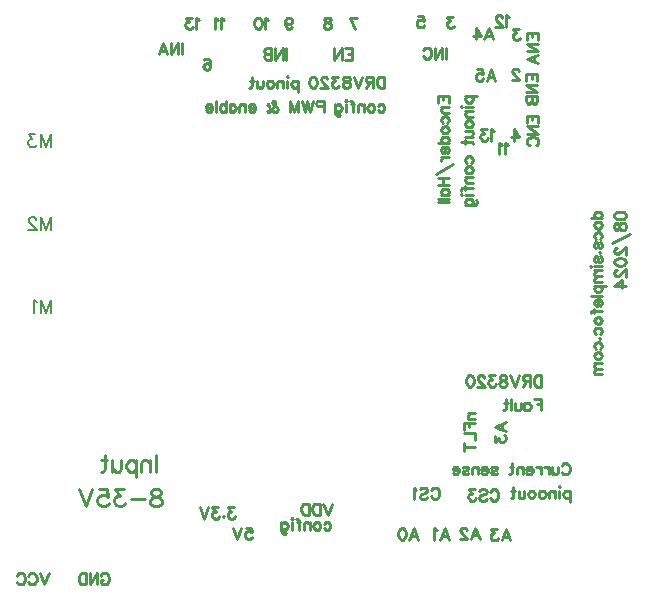
<source format=gbo>
G04 Layer: BottomSilkscreenLayer*
G04 EasyEDA v6.5.44, 2024-08-23 15:43:18*
G04 30d174a4fb68472d9a5c4a5b8d6f4b16,2865ae9118a24060a17af6d01c9bcc73,10*
G04 Gerber Generator version 0.2*
G04 Scale: 100 percent, Rotated: No, Reflected: No *
G04 Dimensions in millimeters *
G04 leading zeros omitted , absolute positions ,4 integer and 5 decimal *
%FSLAX45Y45*%
%MOMM*%

%ADD10C,0.2540*%
%ADD11C,0.1524*%

%LPD*%
D10*
X-1951263Y-3309840D02*
G01*
X-1946719Y-3300750D01*
X-1937628Y-3291659D01*
X-1928538Y-3287113D01*
X-1910354Y-3287113D01*
X-1901263Y-3291659D01*
X-1892172Y-3300750D01*
X-1887628Y-3309840D01*
X-1883082Y-3323478D01*
X-1883082Y-3346203D01*
X-1887628Y-3359840D01*
X-1892172Y-3368931D01*
X-1901263Y-3378022D01*
X-1910354Y-3382568D01*
X-1928538Y-3382568D01*
X-1937628Y-3378022D01*
X-1946719Y-3368931D01*
X-1951263Y-3359840D01*
X-1951263Y-3346203D01*
X-1928538Y-3346203D02*
G01*
X-1951263Y-3346203D01*
X-1981263Y-3287113D02*
G01*
X-1981263Y-3382568D01*
X-1981263Y-3287113D02*
G01*
X-2044900Y-3382568D01*
X-2044900Y-3287113D02*
G01*
X-2044900Y-3382568D01*
X-2074900Y-3287113D02*
G01*
X-2074900Y-3382568D01*
X-2074900Y-3287113D02*
G01*
X-2106719Y-3287113D01*
X-2120356Y-3291659D01*
X-2129447Y-3300750D01*
X-2133991Y-3309840D01*
X-2138537Y-3323478D01*
X-2138537Y-3346203D01*
X-2133991Y-3359840D01*
X-2129447Y-3368931D01*
X-2120356Y-3378022D01*
X-2106719Y-3382568D01*
X-2074900Y-3382568D01*
X-2391059Y-3287105D02*
G01*
X-2427422Y-3382561D01*
X-2463787Y-3287105D02*
G01*
X-2427422Y-3382561D01*
X-2561968Y-3309833D02*
G01*
X-2557424Y-3300742D01*
X-2548331Y-3291652D01*
X-2539240Y-3287105D01*
X-2521059Y-3287105D01*
X-2511968Y-3291652D01*
X-2502877Y-3300742D01*
X-2498331Y-3309833D01*
X-2493787Y-3323470D01*
X-2493787Y-3346198D01*
X-2498331Y-3359833D01*
X-2502877Y-3368923D01*
X-2511968Y-3378014D01*
X-2521059Y-3382561D01*
X-2539240Y-3382561D01*
X-2548331Y-3378014D01*
X-2557424Y-3368923D01*
X-2561968Y-3359833D01*
X-2660149Y-3309833D02*
G01*
X-2655605Y-3300742D01*
X-2646514Y-3291652D01*
X-2637424Y-3287105D01*
X-2619240Y-3287105D01*
X-2610149Y-3291652D01*
X-2601059Y-3300742D01*
X-2596514Y-3309833D01*
X-2591968Y-3323470D01*
X-2591968Y-3346198D01*
X-2596514Y-3359833D01*
X-2601059Y-3368923D01*
X-2610149Y-3378014D01*
X-2619240Y-3382561D01*
X-2637424Y-3382561D01*
X-2646514Y-3378014D01*
X-2655605Y-3368923D01*
X-2660149Y-3359833D01*
X6339Y-2699522D02*
G01*
X-29982Y-2795026D01*
X-66304Y-2699522D02*
G01*
X-29982Y-2795026D01*
X-96276Y-2699522D02*
G01*
X-96276Y-2795026D01*
X-96276Y-2699522D02*
G01*
X-128280Y-2699522D01*
X-141742Y-2704094D01*
X-150886Y-2712984D01*
X-155458Y-2722128D01*
X-160030Y-2735844D01*
X-160030Y-2758450D01*
X-155458Y-2772166D01*
X-150886Y-2781310D01*
X-141742Y-2790454D01*
X-128280Y-2795026D01*
X-96276Y-2795026D01*
X-190002Y-2699522D02*
G01*
X-190002Y-2795026D01*
X-190002Y-2699522D02*
G01*
X-221752Y-2699522D01*
X-235468Y-2704094D01*
X-244612Y-2712984D01*
X-249184Y-2722128D01*
X-253756Y-2735844D01*
X-253756Y-2758450D01*
X-249184Y-2772166D01*
X-244612Y-2781310D01*
X-235468Y-2790454D01*
X-221752Y-2795026D01*
X-190002Y-2795026D01*
X-60906Y-2871906D02*
G01*
X-51813Y-2862813D01*
X-42722Y-2858269D01*
X-29088Y-2858269D01*
X-19997Y-2862813D01*
X-10906Y-2871906D01*
X-6360Y-2885541D01*
X-6360Y-2894632D01*
X-10906Y-2908269D01*
X-19997Y-2917360D01*
X-29088Y-2921906D01*
X-42722Y-2921906D01*
X-51813Y-2917360D01*
X-60906Y-2908269D01*
X-113631Y-2858269D02*
G01*
X-104541Y-2862813D01*
X-95450Y-2871906D01*
X-90906Y-2885541D01*
X-90906Y-2894632D01*
X-95450Y-2908269D01*
X-104541Y-2917360D01*
X-113631Y-2921906D01*
X-127269Y-2921906D01*
X-136359Y-2917360D01*
X-145450Y-2908269D01*
X-149997Y-2894632D01*
X-149997Y-2885541D01*
X-145450Y-2871906D01*
X-136359Y-2862813D01*
X-127269Y-2858269D01*
X-113631Y-2858269D01*
X-179997Y-2858269D02*
G01*
X-179997Y-2921906D01*
X-179997Y-2876450D02*
G01*
X-193631Y-2862813D01*
X-202722Y-2858269D01*
X-216359Y-2858269D01*
X-225450Y-2862813D01*
X-229996Y-2876450D01*
X-229996Y-2921906D01*
X-296359Y-2826451D02*
G01*
X-287268Y-2826451D01*
X-278178Y-2830997D01*
X-273631Y-2844632D01*
X-273631Y-2921906D01*
X-259996Y-2858269D02*
G01*
X-291812Y-2858269D01*
X-326359Y-2826451D02*
G01*
X-330906Y-2830997D01*
X-335450Y-2826451D01*
X-330906Y-2821906D01*
X-326359Y-2826451D01*
X-330906Y-2858269D02*
G01*
X-330906Y-2921906D01*
X-419996Y-2858269D02*
G01*
X-419996Y-2930997D01*
X-415450Y-2944632D01*
X-410905Y-2949178D01*
X-401812Y-2953722D01*
X-388178Y-2953722D01*
X-379087Y-2949178D01*
X-419996Y-2871906D02*
G01*
X-410905Y-2862813D01*
X-401812Y-2858269D01*
X-388178Y-2858269D01*
X-379087Y-2862813D01*
X-369996Y-2871906D01*
X-365450Y-2885541D01*
X-365450Y-2894632D01*
X-369996Y-2908269D01*
X-379087Y-2917360D01*
X-388178Y-2921906D01*
X-401812Y-2921906D01*
X-410905Y-2917360D01*
X-419996Y-2908269D01*
X-821890Y-2731190D02*
G01*
X-871890Y-2731190D01*
X-844618Y-2767553D01*
X-858253Y-2767553D01*
X-867346Y-2772100D01*
X-871890Y-2776646D01*
X-876437Y-2790281D01*
X-876437Y-2799372D01*
X-871890Y-2813009D01*
X-862799Y-2822100D01*
X-849162Y-2826646D01*
X-835527Y-2826646D01*
X-821890Y-2822100D01*
X-817346Y-2817553D01*
X-812800Y-2808462D01*
X-910981Y-2803918D02*
G01*
X-906437Y-2808462D01*
X-910981Y-2813009D01*
X-915527Y-2808462D01*
X-910981Y-2803918D01*
X-954618Y-2731190D02*
G01*
X-1004618Y-2731190D01*
X-977346Y-2767553D01*
X-990980Y-2767553D01*
X-1000071Y-2772100D01*
X-1004618Y-2776646D01*
X-1009162Y-2790281D01*
X-1009162Y-2799372D01*
X-1004618Y-2813009D01*
X-995527Y-2822100D01*
X-981890Y-2826646D01*
X-968253Y-2826646D01*
X-954618Y-2822100D01*
X-950071Y-2817553D01*
X-945527Y-2808462D01*
X-1039162Y-2731190D02*
G01*
X-1075527Y-2826646D01*
X-1111890Y-2731190D02*
G01*
X-1075527Y-2826646D01*
X-721296Y-2902640D02*
G01*
X-675840Y-2902640D01*
X-671296Y-2943550D01*
X-675840Y-2939003D01*
X-689477Y-2934459D01*
X-703112Y-2934459D01*
X-716749Y-2939003D01*
X-725840Y-2948096D01*
X-730387Y-2961731D01*
X-730387Y-2970822D01*
X-725840Y-2984459D01*
X-716749Y-2993550D01*
X-703112Y-2998096D01*
X-689477Y-2998096D01*
X-675840Y-2993550D01*
X-671296Y-2989003D01*
X-666750Y-2979912D01*
X-760387Y-2902640D02*
G01*
X-796749Y-2998096D01*
X-833112Y-2902640D02*
G01*
X-796749Y-2998096D01*
X1347878Y-2601508D02*
G01*
X1352423Y-2592417D01*
X1361513Y-2583327D01*
X1370606Y-2578780D01*
X1388788Y-2578780D01*
X1397878Y-2583327D01*
X1406969Y-2592417D01*
X1411513Y-2601508D01*
X1416060Y-2615143D01*
X1416060Y-2637871D01*
X1411513Y-2651508D01*
X1406969Y-2660599D01*
X1397878Y-2669689D01*
X1388788Y-2674236D01*
X1370606Y-2674236D01*
X1361513Y-2669689D01*
X1352423Y-2660599D01*
X1347878Y-2651508D01*
X1254241Y-2592417D02*
G01*
X1263332Y-2583327D01*
X1276969Y-2578780D01*
X1295151Y-2578780D01*
X1308788Y-2583327D01*
X1317879Y-2592417D01*
X1317879Y-2601508D01*
X1313332Y-2610599D01*
X1308788Y-2615143D01*
X1299697Y-2619689D01*
X1272423Y-2628780D01*
X1263332Y-2633327D01*
X1258788Y-2637871D01*
X1254241Y-2646961D01*
X1254241Y-2660599D01*
X1263332Y-2669689D01*
X1276969Y-2674236D01*
X1295151Y-2674236D01*
X1308788Y-2669689D01*
X1317879Y-2660599D01*
X1215151Y-2578780D02*
G01*
X1165151Y-2578780D01*
X1192423Y-2615143D01*
X1178788Y-2615143D01*
X1169697Y-2619689D01*
X1165151Y-2624236D01*
X1160607Y-2637871D01*
X1160607Y-2646961D01*
X1165151Y-2660599D01*
X1174242Y-2669689D01*
X1187879Y-2674236D01*
X1201513Y-2674236D01*
X1215151Y-2669689D01*
X1219697Y-2665143D01*
X1224241Y-2656052D01*
X846328Y-2588768D02*
G01*
X850646Y-2579623D01*
X859790Y-2570734D01*
X868934Y-2566162D01*
X887222Y-2566162D01*
X896112Y-2570734D01*
X905256Y-2579623D01*
X909828Y-2588768D01*
X914400Y-2602484D01*
X914400Y-2625089D01*
X909828Y-2638805D01*
X905256Y-2647950D01*
X896112Y-2657094D01*
X887222Y-2661665D01*
X868934Y-2661665D01*
X859790Y-2657094D01*
X850646Y-2647950D01*
X846328Y-2638805D01*
X752602Y-2579623D02*
G01*
X761746Y-2570734D01*
X775208Y-2566162D01*
X793496Y-2566162D01*
X807212Y-2570734D01*
X816102Y-2579623D01*
X816102Y-2588768D01*
X811784Y-2597912D01*
X807212Y-2602484D01*
X798068Y-2607055D01*
X770890Y-2616200D01*
X761746Y-2620518D01*
X757174Y-2625089D01*
X752602Y-2634234D01*
X752602Y-2647950D01*
X761746Y-2657094D01*
X775208Y-2661665D01*
X793496Y-2661665D01*
X807212Y-2657094D01*
X816102Y-2647950D01*
X722630Y-2584196D02*
G01*
X713486Y-2579623D01*
X699770Y-2566162D01*
X699770Y-2661665D01*
X700237Y-2908990D02*
G01*
X736600Y-3004446D01*
X700237Y-2908990D02*
G01*
X663872Y-3004446D01*
X722962Y-2972628D02*
G01*
X677509Y-2972628D01*
X606600Y-2908990D02*
G01*
X620237Y-2913537D01*
X629328Y-2927172D01*
X633872Y-2949900D01*
X633872Y-2963537D01*
X629328Y-2986262D01*
X620237Y-2999900D01*
X606600Y-3004446D01*
X597509Y-3004446D01*
X583872Y-2999900D01*
X574781Y-2986262D01*
X570237Y-2963537D01*
X570237Y-2949900D01*
X574781Y-2927172D01*
X583872Y-2913537D01*
X597509Y-2908990D01*
X606600Y-2908990D01*
X960587Y-2908990D02*
G01*
X996950Y-3004446D01*
X960587Y-2908990D02*
G01*
X924222Y-3004446D01*
X983312Y-2972628D02*
G01*
X937859Y-2972628D01*
X894222Y-2927172D02*
G01*
X885131Y-2922628D01*
X871496Y-2908990D01*
X871496Y-3004446D01*
X1481287Y-2915340D02*
G01*
X1517650Y-3010796D01*
X1481287Y-2915340D02*
G01*
X1444922Y-3010796D01*
X1504012Y-2978978D02*
G01*
X1458559Y-2978978D01*
X1405831Y-2915340D02*
G01*
X1355831Y-2915340D01*
X1383103Y-2951703D01*
X1369468Y-2951703D01*
X1360378Y-2956250D01*
X1355831Y-2960796D01*
X1351287Y-2974431D01*
X1351287Y-2983522D01*
X1355831Y-2997159D01*
X1364922Y-3006250D01*
X1378559Y-3010796D01*
X1392196Y-3010796D01*
X1405831Y-3006250D01*
X1410378Y-3001703D01*
X1414922Y-2992612D01*
X1220937Y-2902640D02*
G01*
X1257300Y-2998096D01*
X1220937Y-2902640D02*
G01*
X1184572Y-2998096D01*
X1243662Y-2966278D02*
G01*
X1198209Y-2966278D01*
X1150028Y-2925368D02*
G01*
X1150028Y-2920822D01*
X1145481Y-2911731D01*
X1140937Y-2907187D01*
X1131846Y-2902640D01*
X1113663Y-2902640D01*
X1104572Y-2907187D01*
X1100028Y-2911731D01*
X1095481Y-2920822D01*
X1095481Y-2929912D01*
X1100028Y-2939003D01*
X1109118Y-2952640D01*
X1154572Y-2998096D01*
X1090937Y-2998096D01*
X177800Y1155009D02*
G01*
X177800Y1059553D01*
X177800Y1155009D02*
G01*
X118709Y1155009D01*
X177800Y1109553D02*
G01*
X141437Y1109553D01*
X177800Y1059553D02*
G01*
X118709Y1059553D01*
X88709Y1155009D02*
G01*
X88709Y1059553D01*
X88709Y1155009D02*
G01*
X25072Y1059553D01*
X25072Y1155009D02*
G01*
X25072Y1059553D01*
X-22738Y1415348D02*
G01*
X-9100Y1410802D01*
X-4556Y1401711D01*
X-4556Y1392621D01*
X-9100Y1383530D01*
X-18191Y1378986D01*
X-36372Y1374439D01*
X-50010Y1369893D01*
X-59100Y1360802D01*
X-63647Y1351711D01*
X-63647Y1338077D01*
X-59100Y1328986D01*
X-54556Y1324439D01*
X-40919Y1319893D01*
X-22738Y1319893D01*
X-9100Y1324439D01*
X-4556Y1328986D01*
X-10Y1338077D01*
X-10Y1351711D01*
X-4556Y1360802D01*
X-13647Y1369893D01*
X-27282Y1374439D01*
X-45463Y1378986D01*
X-54556Y1383530D01*
X-59100Y1392621D01*
X-59100Y1401711D01*
X-54556Y1410802D01*
X-40919Y1415348D01*
X-22738Y1415348D01*
X158602Y1415348D02*
G01*
X204058Y1319893D01*
X222239Y1415348D02*
G01*
X158602Y1415348D01*
X732843Y1428048D02*
G01*
X778299Y1428048D01*
X782843Y1387139D01*
X778299Y1391686D01*
X764661Y1396230D01*
X751027Y1396230D01*
X737389Y1391686D01*
X728299Y1382593D01*
X723752Y1368958D01*
X723752Y1359867D01*
X728299Y1346230D01*
X737389Y1337139D01*
X751027Y1332593D01*
X764661Y1332593D01*
X778299Y1337139D01*
X782843Y1341686D01*
X787389Y1350777D01*
X1032299Y1421698D02*
G01*
X982299Y1421698D01*
X1009571Y1385336D01*
X995936Y1385336D01*
X986843Y1380789D01*
X982299Y1376243D01*
X977752Y1362608D01*
X977752Y1353517D01*
X982299Y1339880D01*
X991389Y1330789D01*
X1005027Y1326243D01*
X1018661Y1326243D01*
X1032299Y1330789D01*
X1036843Y1335336D01*
X1041389Y1344427D01*
X971550Y1161359D02*
G01*
X971550Y1065903D01*
X941550Y1161359D02*
G01*
X941550Y1065903D01*
X941550Y1161359D02*
G01*
X877912Y1065903D01*
X877912Y1161359D02*
G01*
X877912Y1065903D01*
X779731Y1138631D02*
G01*
X784278Y1147721D01*
X793369Y1156812D01*
X802459Y1161359D01*
X820640Y1161359D01*
X829731Y1156812D01*
X838822Y1147721D01*
X843368Y1138631D01*
X847912Y1124996D01*
X847912Y1102268D01*
X843368Y1088631D01*
X838822Y1079540D01*
X829731Y1070449D01*
X820640Y1065903D01*
X802459Y1065903D01*
X793369Y1070449D01*
X784278Y1079540D01*
X779731Y1088631D01*
X-381000Y1155009D02*
G01*
X-381000Y1059553D01*
X-410999Y1155009D02*
G01*
X-410999Y1059553D01*
X-410999Y1155009D02*
G01*
X-474637Y1059553D01*
X-474637Y1155009D02*
G01*
X-474637Y1059553D01*
X-504637Y1155009D02*
G01*
X-504637Y1059553D01*
X-504637Y1155009D02*
G01*
X-545546Y1155009D01*
X-559180Y1150462D01*
X-563727Y1145918D01*
X-568271Y1136827D01*
X-568271Y1127737D01*
X-563727Y1118646D01*
X-559180Y1114099D01*
X-545546Y1109553D01*
X-504637Y1109553D02*
G01*
X-545546Y1109553D01*
X-559180Y1105009D01*
X-563727Y1100462D01*
X-568271Y1091371D01*
X-568271Y1077737D01*
X-563727Y1068646D01*
X-559180Y1064099D01*
X-545546Y1059553D01*
X-504637Y1059553D01*
X-533410Y1397167D02*
G01*
X-542500Y1401711D01*
X-556138Y1415348D01*
X-556138Y1319893D01*
X-613409Y1415348D02*
G01*
X-599772Y1410802D01*
X-590682Y1397167D01*
X-586138Y1374439D01*
X-586138Y1360802D01*
X-590682Y1338077D01*
X-599772Y1324439D01*
X-613409Y1319893D01*
X-622500Y1319893D01*
X-636137Y1324439D01*
X-645228Y1338077D01*
X-649772Y1360802D01*
X-649772Y1374439D01*
X-645228Y1397167D01*
X-636137Y1410802D01*
X-622500Y1415348D01*
X-613409Y1415348D01*
X-389300Y1383530D02*
G01*
X-384756Y1369893D01*
X-375663Y1360802D01*
X-362028Y1356258D01*
X-357482Y1356258D01*
X-343847Y1360802D01*
X-334756Y1369893D01*
X-330210Y1383530D01*
X-330210Y1388076D01*
X-334756Y1401711D01*
X-343847Y1410802D01*
X-357482Y1415348D01*
X-362028Y1415348D01*
X-375663Y1410802D01*
X-384756Y1401711D01*
X-389300Y1383530D01*
X-389300Y1360802D01*
X-384756Y1338077D01*
X-375663Y1324439D01*
X-362028Y1319893D01*
X-352938Y1319893D01*
X-339300Y1324439D01*
X-334756Y1333530D01*
X-1263639Y1199469D02*
G01*
X-1263639Y1104013D01*
X-1293639Y1199469D02*
G01*
X-1293639Y1104013D01*
X-1293639Y1199469D02*
G01*
X-1357276Y1104013D01*
X-1357276Y1199469D02*
G01*
X-1357276Y1104013D01*
X-1423639Y1199469D02*
G01*
X-1387276Y1104013D01*
X-1423639Y1199469D02*
G01*
X-1460002Y1104013D01*
X-1400911Y1135832D02*
G01*
X-1446367Y1135832D01*
X-908060Y1397167D02*
G01*
X-917150Y1401711D01*
X-930788Y1415348D01*
X-930788Y1319893D01*
X-960788Y1397167D02*
G01*
X-969878Y1401711D01*
X-983513Y1415348D01*
X-983513Y1319893D01*
X-1117610Y1397167D02*
G01*
X-1126700Y1401711D01*
X-1140338Y1415348D01*
X-1140338Y1319893D01*
X-1179428Y1415348D02*
G01*
X-1229428Y1415348D01*
X-1202156Y1378986D01*
X-1215791Y1378986D01*
X-1224881Y1374439D01*
X-1229428Y1369893D01*
X-1233972Y1356258D01*
X-1233972Y1347167D01*
X-1229428Y1333530D01*
X-1220337Y1324439D01*
X-1206700Y1319893D01*
X-1193063Y1319893D01*
X-1179428Y1324439D01*
X-1174882Y1328986D01*
X-1170338Y1338077D01*
X-1076896Y1052471D02*
G01*
X-1072349Y1061562D01*
X-1058712Y1066109D01*
X-1049621Y1066109D01*
X-1035987Y1061562D01*
X-1026896Y1047927D01*
X-1022350Y1025199D01*
X-1022350Y1002471D01*
X-1026896Y984290D01*
X-1035987Y975199D01*
X-1049621Y970653D01*
X-1054168Y970653D01*
X-1067803Y975199D01*
X-1076896Y984290D01*
X-1081440Y997927D01*
X-1081440Y1002471D01*
X-1076896Y1016109D01*
X-1067803Y1025199D01*
X-1054168Y1029746D01*
X-1049621Y1029746D01*
X-1035987Y1025199D01*
X-1026896Y1016109D01*
X-1022350Y1002471D01*
X1384990Y-2049312D02*
G01*
X1480446Y-2012950D01*
X1384990Y-2049312D02*
G01*
X1480446Y-2085677D01*
X1448628Y-2026587D02*
G01*
X1448628Y-2072040D01*
X1384990Y-2124768D02*
G01*
X1384990Y-2174768D01*
X1421353Y-2147496D01*
X1421353Y-2161131D01*
X1425900Y-2170221D01*
X1430446Y-2174768D01*
X1444081Y-2179312D01*
X1453172Y-2179312D01*
X1466809Y-2174768D01*
X1475900Y-2165677D01*
X1480446Y-2152040D01*
X1480446Y-2138403D01*
X1475900Y-2124768D01*
X1471353Y-2120221D01*
X1462262Y-2115677D01*
X1156459Y-1936750D02*
G01*
X1220096Y-1936750D01*
X1174640Y-1936750D02*
G01*
X1161003Y-1950387D01*
X1156459Y-1959477D01*
X1156459Y-1973112D01*
X1161003Y-1982203D01*
X1174640Y-1986749D01*
X1220096Y-1986749D01*
X1124640Y-2016749D02*
G01*
X1220096Y-2016749D01*
X1124640Y-2016749D02*
G01*
X1124640Y-2075840D01*
X1170096Y-2016749D02*
G01*
X1170096Y-2053112D01*
X1124640Y-2105840D02*
G01*
X1220096Y-2105840D01*
X1220096Y-2105840D02*
G01*
X1220096Y-2160386D01*
X1124640Y-2222202D02*
G01*
X1220096Y-2222202D01*
X1124640Y-2190386D02*
G01*
X1124640Y-2254021D01*
X1591099Y1320098D02*
G01*
X1541099Y1320098D01*
X1568371Y1283736D01*
X1554736Y1283736D01*
X1545643Y1279189D01*
X1541099Y1274643D01*
X1536552Y1261008D01*
X1536552Y1251917D01*
X1541099Y1238280D01*
X1550189Y1229189D01*
X1563827Y1224643D01*
X1577461Y1224643D01*
X1591099Y1229189D01*
X1595643Y1233736D01*
X1600189Y1242827D01*
X1504950Y1416227D02*
G01*
X1495859Y1420771D01*
X1482222Y1434409D01*
X1482222Y1338953D01*
X1447678Y1411681D02*
G01*
X1447678Y1416227D01*
X1443131Y1425318D01*
X1438587Y1429862D01*
X1429496Y1434409D01*
X1411312Y1434409D01*
X1402222Y1429862D01*
X1397678Y1425318D01*
X1393131Y1416227D01*
X1393131Y1407137D01*
X1397678Y1398046D01*
X1406768Y1384409D01*
X1452222Y1338953D01*
X1388587Y1338953D01*
X1589313Y960841D02*
G01*
X1589313Y965387D01*
X1584769Y974478D01*
X1580222Y979022D01*
X1571132Y983569D01*
X1552950Y983569D01*
X1543860Y979022D01*
X1539313Y974478D01*
X1534769Y965387D01*
X1534769Y956297D01*
X1539313Y947206D01*
X1548406Y933569D01*
X1593860Y888113D01*
X1530223Y888113D01*
X1354287Y977209D02*
G01*
X1390650Y881753D01*
X1354287Y977209D02*
G01*
X1317922Y881753D01*
X1377012Y913571D02*
G01*
X1331559Y913571D01*
X1233378Y977209D02*
G01*
X1278831Y977209D01*
X1283378Y936299D01*
X1278831Y940846D01*
X1265196Y945390D01*
X1251559Y945390D01*
X1237922Y940846D01*
X1228831Y931753D01*
X1224287Y918118D01*
X1224287Y909027D01*
X1228831Y895390D01*
X1237922Y886299D01*
X1251559Y881753D01*
X1265196Y881753D01*
X1278831Y886299D01*
X1283378Y890846D01*
X1287922Y899937D01*
X1335237Y1326459D02*
G01*
X1371600Y1231003D01*
X1335237Y1326459D02*
G01*
X1298872Y1231003D01*
X1357962Y1262821D02*
G01*
X1312509Y1262821D01*
X1223418Y1326459D02*
G01*
X1268872Y1262821D01*
X1200691Y1262821D01*
X1223418Y1326459D02*
G01*
X1223418Y1231003D01*
X1658040Y1282700D02*
G01*
X1753496Y1282700D01*
X1658040Y1282700D02*
G01*
X1658040Y1223609D01*
X1703496Y1282700D02*
G01*
X1703496Y1246337D01*
X1753496Y1282700D02*
G01*
X1753496Y1223609D01*
X1658040Y1193609D02*
G01*
X1753496Y1193609D01*
X1658040Y1193609D02*
G01*
X1753496Y1129972D01*
X1658040Y1129972D02*
G01*
X1753496Y1129972D01*
X1658040Y1063609D02*
G01*
X1753496Y1099972D01*
X1658040Y1063609D02*
G01*
X1753496Y1027247D01*
X1721678Y1086337D02*
G01*
X1721678Y1040881D01*
X1651690Y933450D02*
G01*
X1747146Y933450D01*
X1651690Y933450D02*
G01*
X1651690Y874359D01*
X1697146Y933450D02*
G01*
X1697146Y897087D01*
X1747146Y933450D02*
G01*
X1747146Y874359D01*
X1651690Y844359D02*
G01*
X1747146Y844359D01*
X1651690Y844359D02*
G01*
X1747146Y780722D01*
X1651690Y780722D02*
G01*
X1747146Y780722D01*
X1651690Y750722D02*
G01*
X1747146Y750722D01*
X1651690Y750722D02*
G01*
X1651690Y709813D01*
X1656237Y696178D01*
X1660781Y691631D01*
X1669872Y687087D01*
X1678962Y687087D01*
X1688053Y691631D01*
X1692600Y696178D01*
X1697146Y709813D01*
X1697146Y750722D02*
G01*
X1697146Y709813D01*
X1701690Y696178D01*
X1706237Y691631D01*
X1715328Y687087D01*
X1728962Y687087D01*
X1738053Y691631D01*
X1742600Y696178D01*
X1747146Y709813D01*
X1747146Y750722D01*
X1658040Y584200D02*
G01*
X1753496Y584200D01*
X1658040Y584200D02*
G01*
X1658040Y525109D01*
X1703496Y584200D02*
G01*
X1703496Y547837D01*
X1753496Y584200D02*
G01*
X1753496Y525109D01*
X1658040Y495109D02*
G01*
X1753496Y495109D01*
X1658040Y495109D02*
G01*
X1753496Y431472D01*
X1658040Y431472D02*
G01*
X1753496Y431472D01*
X1680768Y333291D02*
G01*
X1671678Y337837D01*
X1662587Y346928D01*
X1658040Y356019D01*
X1658040Y374200D01*
X1662587Y383291D01*
X1671678Y392381D01*
X1680768Y396928D01*
X1694403Y401472D01*
X1717131Y401472D01*
X1730768Y396928D01*
X1739859Y392381D01*
X1748950Y383291D01*
X1753496Y374200D01*
X1753496Y356019D01*
X1748950Y346928D01*
X1739859Y337837D01*
X1730768Y333291D01*
X1548396Y469209D02*
G01*
X1593850Y405571D01*
X1525668Y405571D01*
X1548396Y469209D02*
G01*
X1548396Y373753D01*
X1377950Y451027D02*
G01*
X1368859Y455571D01*
X1355222Y469209D01*
X1355222Y373753D01*
X1316131Y469209D02*
G01*
X1266131Y469209D01*
X1293403Y432846D01*
X1279768Y432846D01*
X1270678Y428299D01*
X1266131Y423753D01*
X1261587Y410118D01*
X1261587Y401027D01*
X1266131Y387390D01*
X1275222Y378299D01*
X1288859Y373753D01*
X1302496Y373753D01*
X1316131Y378299D01*
X1320678Y382846D01*
X1325222Y391937D01*
X1498600Y336727D02*
G01*
X1489509Y341271D01*
X1475872Y354909D01*
X1475872Y259453D01*
X1445872Y336727D02*
G01*
X1436781Y341271D01*
X1423146Y354909D01*
X1423146Y259453D01*
X2197790Y-283146D02*
G01*
X2293246Y-283146D01*
X2243244Y-283146D02*
G01*
X2234153Y-274055D01*
X2229609Y-264962D01*
X2229609Y-251327D01*
X2234153Y-242237D01*
X2243244Y-233146D01*
X2256881Y-228600D01*
X2265972Y-228600D01*
X2279609Y-233146D01*
X2288700Y-242237D01*
X2293246Y-251327D01*
X2293246Y-264962D01*
X2288700Y-274055D01*
X2279609Y-283146D01*
X2229609Y-335871D02*
G01*
X2234153Y-326781D01*
X2243244Y-317690D01*
X2256881Y-313146D01*
X2265972Y-313146D01*
X2279609Y-317690D01*
X2288700Y-326781D01*
X2293246Y-335871D01*
X2293246Y-349509D01*
X2288700Y-358599D01*
X2279609Y-367690D01*
X2265972Y-372237D01*
X2256881Y-372237D01*
X2243244Y-367690D01*
X2234153Y-358599D01*
X2229609Y-349509D01*
X2229609Y-335871D01*
X2243244Y-456780D02*
G01*
X2234153Y-447690D01*
X2229609Y-438599D01*
X2229609Y-424964D01*
X2234153Y-415871D01*
X2243244Y-406780D01*
X2256881Y-402236D01*
X2265972Y-402236D01*
X2279609Y-406780D01*
X2288700Y-415871D01*
X2293246Y-424964D01*
X2293246Y-438599D01*
X2288700Y-447690D01*
X2279609Y-456780D01*
X2243244Y-536780D02*
G01*
X2234153Y-532236D01*
X2229609Y-518599D01*
X2229609Y-504964D01*
X2234153Y-491327D01*
X2243244Y-486780D01*
X2252337Y-491327D01*
X2256881Y-500418D01*
X2261428Y-523146D01*
X2265972Y-532236D01*
X2275062Y-536780D01*
X2279609Y-536780D01*
X2288700Y-532236D01*
X2293246Y-518599D01*
X2293246Y-504964D01*
X2288700Y-491327D01*
X2279609Y-486780D01*
X2270518Y-571327D02*
G01*
X2275062Y-566783D01*
X2279609Y-571327D01*
X2275062Y-575873D01*
X2270518Y-571327D01*
X2243244Y-655873D02*
G01*
X2234153Y-651327D01*
X2229609Y-637692D01*
X2229609Y-624055D01*
X2234153Y-610417D01*
X2243244Y-605873D01*
X2252337Y-610417D01*
X2256881Y-619508D01*
X2261428Y-642236D01*
X2265972Y-651327D01*
X2275062Y-655873D01*
X2279609Y-655873D01*
X2288700Y-651327D01*
X2293246Y-637692D01*
X2293246Y-624055D01*
X2288700Y-610417D01*
X2279609Y-605873D01*
X2197790Y-685873D02*
G01*
X2202337Y-690417D01*
X2197790Y-694964D01*
X2193244Y-690417D01*
X2197790Y-685873D01*
X2229609Y-690417D02*
G01*
X2293246Y-690417D01*
X2229609Y-724964D02*
G01*
X2293246Y-724964D01*
X2247790Y-724964D02*
G01*
X2234153Y-738601D01*
X2229609Y-747692D01*
X2229609Y-761326D01*
X2234153Y-770417D01*
X2247790Y-774964D01*
X2293246Y-774964D01*
X2247790Y-774964D02*
G01*
X2234153Y-788601D01*
X2229609Y-797692D01*
X2229609Y-811326D01*
X2234153Y-820417D01*
X2247790Y-824964D01*
X2293246Y-824964D01*
X2229609Y-854963D02*
G01*
X2325062Y-854963D01*
X2243244Y-854963D02*
G01*
X2234153Y-864054D01*
X2229609Y-873145D01*
X2229609Y-886782D01*
X2234153Y-895873D01*
X2243244Y-904963D01*
X2256881Y-909510D01*
X2265972Y-909510D01*
X2279609Y-904963D01*
X2288700Y-895873D01*
X2293246Y-886782D01*
X2293246Y-873145D01*
X2288700Y-864054D01*
X2279609Y-854963D01*
X2197790Y-939510D02*
G01*
X2293246Y-939510D01*
X2256881Y-969510D02*
G01*
X2256881Y-1024054D01*
X2247790Y-1024054D01*
X2238700Y-1019510D01*
X2234153Y-1014963D01*
X2229609Y-1005873D01*
X2229609Y-992235D01*
X2234153Y-983145D01*
X2243244Y-974054D01*
X2256881Y-969510D01*
X2265972Y-969510D01*
X2279609Y-974054D01*
X2288700Y-983145D01*
X2293246Y-992235D01*
X2293246Y-1005873D01*
X2288700Y-1014963D01*
X2279609Y-1024054D01*
X2197790Y-1090419D02*
G01*
X2197790Y-1081328D01*
X2202337Y-1072235D01*
X2215972Y-1067691D01*
X2293246Y-1067691D01*
X2229609Y-1054054D02*
G01*
X2229609Y-1085872D01*
X2229609Y-1143144D02*
G01*
X2234153Y-1134054D01*
X2243244Y-1124963D01*
X2256881Y-1120419D01*
X2265972Y-1120419D01*
X2279609Y-1124963D01*
X2288700Y-1134054D01*
X2293246Y-1143144D01*
X2293246Y-1156782D01*
X2288700Y-1165872D01*
X2279609Y-1174963D01*
X2265972Y-1179509D01*
X2256881Y-1179509D01*
X2243244Y-1174963D01*
X2234153Y-1165872D01*
X2229609Y-1156782D01*
X2229609Y-1143144D01*
X2243244Y-1264053D02*
G01*
X2234153Y-1254963D01*
X2229609Y-1245872D01*
X2229609Y-1232237D01*
X2234153Y-1223147D01*
X2243244Y-1214053D01*
X2256881Y-1209509D01*
X2265972Y-1209509D01*
X2279609Y-1214053D01*
X2288700Y-1223147D01*
X2293246Y-1232237D01*
X2293246Y-1245872D01*
X2288700Y-1254963D01*
X2279609Y-1264053D01*
X2270518Y-1298600D02*
G01*
X2275062Y-1294056D01*
X2279609Y-1298600D01*
X2275062Y-1303147D01*
X2270518Y-1298600D01*
X2243244Y-1387690D02*
G01*
X2234153Y-1378600D01*
X2229609Y-1369509D01*
X2229609Y-1355872D01*
X2234153Y-1346781D01*
X2243244Y-1337690D01*
X2256881Y-1333146D01*
X2265972Y-1333146D01*
X2279609Y-1337690D01*
X2288700Y-1346781D01*
X2293246Y-1355872D01*
X2293246Y-1369509D01*
X2288700Y-1378600D01*
X2279609Y-1387690D01*
X2229609Y-1440418D02*
G01*
X2234153Y-1431328D01*
X2243244Y-1422237D01*
X2256881Y-1417690D01*
X2265972Y-1417690D01*
X2279609Y-1422237D01*
X2288700Y-1431328D01*
X2293246Y-1440418D01*
X2293246Y-1454056D01*
X2288700Y-1463146D01*
X2279609Y-1472237D01*
X2265972Y-1476781D01*
X2256881Y-1476781D01*
X2243244Y-1472237D01*
X2234153Y-1463146D01*
X2229609Y-1454056D01*
X2229609Y-1440418D01*
X2229609Y-1506781D02*
G01*
X2293246Y-1506781D01*
X2247790Y-1506781D02*
G01*
X2234153Y-1520418D01*
X2229609Y-1529509D01*
X2229609Y-1543146D01*
X2234153Y-1552237D01*
X2247790Y-1556783D01*
X2293246Y-1556783D01*
X2247790Y-1556783D02*
G01*
X2234153Y-1570418D01*
X2229609Y-1579509D01*
X2229609Y-1593146D01*
X2234153Y-1602237D01*
X2247790Y-1606783D01*
X2293246Y-1606783D01*
X2399390Y-255871D02*
G01*
X2403937Y-242237D01*
X2417572Y-233146D01*
X2440299Y-228600D01*
X2453937Y-228600D01*
X2476662Y-233146D01*
X2490299Y-242237D01*
X2494846Y-255871D01*
X2494846Y-264962D01*
X2490299Y-278599D01*
X2476662Y-287690D01*
X2453937Y-292237D01*
X2440299Y-292237D01*
X2417572Y-287690D01*
X2403937Y-278599D01*
X2399390Y-264962D01*
X2399390Y-255871D01*
X2399390Y-344962D02*
G01*
X2403937Y-331327D01*
X2413027Y-326781D01*
X2422118Y-326781D01*
X2431209Y-331327D01*
X2435753Y-340418D01*
X2440299Y-358599D01*
X2444846Y-372237D01*
X2453937Y-381327D01*
X2463027Y-385871D01*
X2476662Y-385871D01*
X2485755Y-381327D01*
X2490299Y-376781D01*
X2494846Y-363146D01*
X2494846Y-344962D01*
X2490299Y-331327D01*
X2485755Y-326781D01*
X2476662Y-322237D01*
X2463027Y-322237D01*
X2453937Y-326781D01*
X2444846Y-335871D01*
X2440299Y-349509D01*
X2435753Y-367690D01*
X2431209Y-376781D01*
X2422118Y-381327D01*
X2413027Y-381327D01*
X2403937Y-376781D01*
X2399390Y-363146D01*
X2399390Y-344962D01*
X2381209Y-497690D02*
G01*
X2526662Y-415871D01*
X2422118Y-532236D02*
G01*
X2417572Y-532236D01*
X2408481Y-536780D01*
X2403937Y-541327D01*
X2399390Y-550418D01*
X2399390Y-568599D01*
X2403937Y-577689D01*
X2408481Y-582236D01*
X2417572Y-586783D01*
X2426662Y-586783D01*
X2435753Y-582236D01*
X2449390Y-573145D01*
X2494846Y-527690D01*
X2494846Y-591327D01*
X2399390Y-648599D02*
G01*
X2403937Y-634964D01*
X2417572Y-625873D01*
X2440299Y-621327D01*
X2453937Y-621327D01*
X2476662Y-625873D01*
X2490299Y-634964D01*
X2494846Y-648599D01*
X2494846Y-657692D01*
X2490299Y-671327D01*
X2476662Y-680417D01*
X2453937Y-684964D01*
X2440299Y-684964D01*
X2417572Y-680417D01*
X2403937Y-671327D01*
X2399390Y-657692D01*
X2399390Y-648599D01*
X2422118Y-719508D02*
G01*
X2417572Y-719508D01*
X2408481Y-724054D01*
X2403937Y-728598D01*
X2399390Y-737692D01*
X2399390Y-755873D01*
X2403937Y-764964D01*
X2408481Y-769508D01*
X2417572Y-774054D01*
X2426662Y-774054D01*
X2435753Y-769508D01*
X2449390Y-760417D01*
X2494846Y-714964D01*
X2494846Y-778601D01*
X2399390Y-854054D02*
G01*
X2463027Y-808601D01*
X2463027Y-876782D01*
X2399390Y-854054D02*
G01*
X2494846Y-854054D01*
X450850Y913709D02*
G01*
X450850Y818253D01*
X450850Y913709D02*
G01*
X419031Y913709D01*
X405396Y909162D01*
X396303Y900071D01*
X391759Y890981D01*
X387212Y877346D01*
X387212Y854618D01*
X391759Y840981D01*
X396303Y831890D01*
X405396Y822799D01*
X419031Y818253D01*
X450850Y818253D01*
X357212Y913709D02*
G01*
X357212Y818253D01*
X357212Y913709D02*
G01*
X316303Y913709D01*
X302668Y909162D01*
X298122Y904618D01*
X293578Y895527D01*
X293578Y886437D01*
X298122Y877346D01*
X302668Y872799D01*
X316303Y868255D01*
X357212Y868255D01*
X325394Y868255D02*
G01*
X293578Y818253D01*
X263578Y913709D02*
G01*
X227213Y818253D01*
X190850Y913709D02*
G01*
X227213Y818253D01*
X138122Y913709D02*
G01*
X151759Y909162D01*
X156303Y900071D01*
X156303Y890981D01*
X151759Y881890D01*
X142669Y877346D01*
X124485Y872799D01*
X110850Y868255D01*
X101760Y859162D01*
X97213Y850071D01*
X97213Y836437D01*
X101760Y827346D01*
X106304Y822799D01*
X119941Y818253D01*
X138122Y818253D01*
X151759Y822799D01*
X156303Y827346D01*
X160850Y836437D01*
X160850Y850071D01*
X156303Y859162D01*
X147213Y868255D01*
X133576Y872799D01*
X115394Y877346D01*
X106304Y881890D01*
X101760Y890981D01*
X101760Y900071D01*
X106304Y909162D01*
X119941Y913709D01*
X138122Y913709D01*
X58122Y913709D02*
G01*
X8122Y913709D01*
X35394Y877346D01*
X21757Y877346D01*
X12666Y872799D01*
X8122Y868255D01*
X3576Y854618D01*
X3576Y845527D01*
X8122Y831890D01*
X17213Y822799D01*
X30850Y818253D01*
X44485Y818253D01*
X58122Y822799D01*
X62666Y827346D01*
X67213Y836437D01*
X-30967Y890981D02*
G01*
X-30967Y895527D01*
X-35514Y904618D01*
X-40058Y909162D01*
X-49151Y913709D01*
X-67332Y913709D01*
X-76423Y909162D01*
X-80967Y904618D01*
X-85514Y895527D01*
X-85514Y886437D01*
X-80967Y877346D01*
X-71876Y863709D01*
X-26423Y818253D01*
X-90058Y818253D01*
X-147332Y913709D02*
G01*
X-133695Y909162D01*
X-124604Y895527D01*
X-120058Y872799D01*
X-120058Y859162D01*
X-124604Y836437D01*
X-133695Y822799D01*
X-147332Y818253D01*
X-156423Y818253D01*
X-170060Y822799D01*
X-179151Y836437D01*
X-183695Y859162D01*
X-183695Y872799D01*
X-179151Y895527D01*
X-170060Y909162D01*
X-156423Y913709D01*
X-147332Y913709D01*
X-283695Y881890D02*
G01*
X-283695Y786437D01*
X-283695Y868255D02*
G01*
X-292785Y877346D01*
X-301876Y881890D01*
X-315513Y881890D01*
X-324604Y877346D01*
X-333695Y868255D01*
X-338241Y854618D01*
X-338241Y845527D01*
X-333695Y831890D01*
X-324604Y822799D01*
X-315513Y818253D01*
X-301876Y818253D01*
X-292785Y822799D01*
X-283695Y831890D01*
X-368241Y913709D02*
G01*
X-372785Y909162D01*
X-377332Y913709D01*
X-372785Y918255D01*
X-368241Y913709D01*
X-372785Y881890D02*
G01*
X-372785Y818253D01*
X-407332Y881890D02*
G01*
X-407332Y818253D01*
X-407332Y863709D02*
G01*
X-420969Y877346D01*
X-430060Y881890D01*
X-443694Y881890D01*
X-452788Y877346D01*
X-457332Y863709D01*
X-457332Y818253D01*
X-510059Y881890D02*
G01*
X-500969Y877346D01*
X-491878Y868255D01*
X-487332Y854618D01*
X-487332Y845527D01*
X-491878Y831890D01*
X-500969Y822799D01*
X-510059Y818253D01*
X-523697Y818253D01*
X-532787Y822799D01*
X-541878Y831890D01*
X-546422Y845527D01*
X-546422Y854618D01*
X-541878Y868255D01*
X-532787Y877346D01*
X-523697Y881890D01*
X-510059Y881890D01*
X-576422Y881890D02*
G01*
X-576422Y836437D01*
X-580969Y822799D01*
X-590059Y818253D01*
X-603697Y818253D01*
X-612787Y822799D01*
X-626422Y836437D01*
X-626422Y881890D02*
G01*
X-626422Y818253D01*
X-670059Y913709D02*
G01*
X-670059Y836437D01*
X-674606Y822799D01*
X-683696Y818253D01*
X-692787Y818253D01*
X-656422Y881890D02*
G01*
X-688240Y881890D01*
X396303Y666653D02*
G01*
X405396Y675746D01*
X414487Y680290D01*
X428122Y680290D01*
X437212Y675746D01*
X446303Y666653D01*
X450850Y653018D01*
X450850Y643928D01*
X446303Y630290D01*
X437212Y621200D01*
X428122Y616653D01*
X414487Y616653D01*
X405396Y621200D01*
X396303Y630290D01*
X343578Y680290D02*
G01*
X352668Y675746D01*
X361759Y666653D01*
X366303Y653018D01*
X366303Y643928D01*
X361759Y630290D01*
X352668Y621200D01*
X343578Y616653D01*
X329940Y616653D01*
X320850Y621200D01*
X311759Y630290D01*
X307213Y643928D01*
X307213Y653018D01*
X311759Y666653D01*
X320850Y675746D01*
X329940Y680290D01*
X343578Y680290D01*
X277213Y680290D02*
G01*
X277213Y616653D01*
X277213Y662109D02*
G01*
X263578Y675746D01*
X254485Y680290D01*
X240850Y680290D01*
X231759Y675746D01*
X227213Y662109D01*
X227213Y616653D01*
X160850Y712109D02*
G01*
X169941Y712109D01*
X179031Y707562D01*
X183575Y693927D01*
X183575Y616653D01*
X197213Y680290D02*
G01*
X165394Y680290D01*
X130850Y712109D02*
G01*
X126304Y707562D01*
X121759Y712109D01*
X126304Y716653D01*
X130850Y712109D01*
X126304Y680290D02*
G01*
X126304Y616653D01*
X37213Y680290D02*
G01*
X37213Y607562D01*
X41760Y593928D01*
X46304Y589381D01*
X55394Y584837D01*
X69032Y584837D01*
X78122Y589381D01*
X37213Y666653D02*
G01*
X46304Y675746D01*
X55394Y680290D01*
X69032Y680290D01*
X78122Y675746D01*
X87213Y666653D01*
X91760Y653018D01*
X91760Y643928D01*
X87213Y630290D01*
X78122Y621200D01*
X69032Y616653D01*
X55394Y616653D01*
X46304Y621200D01*
X37213Y630290D01*
X-62786Y712109D02*
G01*
X-62786Y616653D01*
X-62786Y712109D02*
G01*
X-103695Y712109D01*
X-117332Y707562D01*
X-121876Y703018D01*
X-126423Y693927D01*
X-126423Y680290D01*
X-121876Y671200D01*
X-117332Y666653D01*
X-103695Y662109D01*
X-62786Y662109D01*
X-156423Y712109D02*
G01*
X-179151Y616653D01*
X-201876Y712109D02*
G01*
X-179151Y616653D01*
X-201876Y712109D02*
G01*
X-224604Y616653D01*
X-247332Y712109D02*
G01*
X-224604Y616653D01*
X-277332Y712109D02*
G01*
X-277332Y616653D01*
X-277332Y712109D02*
G01*
X-313695Y616653D01*
X-350060Y712109D02*
G01*
X-313695Y616653D01*
X-350060Y712109D02*
G01*
X-350060Y616653D01*
X-540969Y671200D02*
G01*
X-540969Y675746D01*
X-536422Y680290D01*
X-531878Y680290D01*
X-527331Y675746D01*
X-522787Y666653D01*
X-513697Y643928D01*
X-504604Y630290D01*
X-495513Y621200D01*
X-486422Y616653D01*
X-468241Y616653D01*
X-459150Y621200D01*
X-454604Y625744D01*
X-450060Y634837D01*
X-450060Y643928D01*
X-454604Y653018D01*
X-459150Y657562D01*
X-490969Y675746D01*
X-495513Y680290D01*
X-500059Y689381D01*
X-500059Y698472D01*
X-495513Y707562D01*
X-486422Y712109D01*
X-477332Y707562D01*
X-472787Y698472D01*
X-472787Y689381D01*
X-477332Y675746D01*
X-486422Y662109D01*
X-509150Y630290D01*
X-518241Y621200D01*
X-527331Y616653D01*
X-536422Y616653D01*
X-540969Y621200D01*
X-540969Y625744D01*
X-640968Y653018D02*
G01*
X-695515Y653018D01*
X-695515Y662109D01*
X-690968Y671200D01*
X-686422Y675746D01*
X-677331Y680290D01*
X-663696Y680290D01*
X-654606Y675746D01*
X-645513Y666653D01*
X-640968Y653018D01*
X-640968Y643928D01*
X-645513Y630290D01*
X-654606Y621200D01*
X-663696Y616653D01*
X-677331Y616653D01*
X-686422Y621200D01*
X-695515Y630290D01*
X-725515Y680290D02*
G01*
X-725515Y616653D01*
X-725515Y662109D02*
G01*
X-739150Y675746D01*
X-748240Y680290D01*
X-761878Y680290D01*
X-770968Y675746D01*
X-775515Y662109D01*
X-775515Y616653D01*
X-860059Y680290D02*
G01*
X-860059Y616653D01*
X-860059Y666653D02*
G01*
X-850968Y675746D01*
X-841877Y680290D01*
X-828240Y680290D01*
X-819150Y675746D01*
X-810059Y666653D01*
X-805515Y653018D01*
X-805515Y643928D01*
X-810059Y630290D01*
X-819150Y621200D01*
X-828240Y616653D01*
X-841877Y616653D01*
X-850968Y621200D01*
X-860059Y630290D01*
X-890059Y712109D02*
G01*
X-890059Y616653D01*
X-890059Y666653D02*
G01*
X-899149Y675746D01*
X-908240Y680290D01*
X-921877Y680290D01*
X-930968Y675746D01*
X-940059Y666653D01*
X-944605Y653018D01*
X-944605Y643928D01*
X-940059Y630290D01*
X-930968Y621200D01*
X-921877Y616653D01*
X-908240Y616653D01*
X-899149Y621200D01*
X-890059Y630290D01*
X-974605Y712109D02*
G01*
X-974605Y616653D01*
X-1004605Y653018D02*
G01*
X-1059152Y653018D01*
X-1059152Y662109D01*
X-1054605Y671200D01*
X-1050058Y675746D01*
X-1040968Y680290D01*
X-1027333Y680290D01*
X-1018242Y675746D01*
X-1009149Y666653D01*
X-1004605Y653018D01*
X-1004605Y643928D01*
X-1009149Y630290D01*
X-1018242Y621200D01*
X-1027333Y616653D01*
X-1040968Y616653D01*
X-1050058Y621200D01*
X-1059152Y630290D01*
X1778000Y-1613590D02*
G01*
X1778000Y-1709046D01*
X1778000Y-1613590D02*
G01*
X1746181Y-1613590D01*
X1732546Y-1618137D01*
X1723453Y-1627228D01*
X1718909Y-1636318D01*
X1714362Y-1649953D01*
X1714362Y-1672681D01*
X1718909Y-1686318D01*
X1723453Y-1695409D01*
X1732546Y-1704500D01*
X1746181Y-1709046D01*
X1778000Y-1709046D01*
X1684362Y-1613590D02*
G01*
X1684362Y-1709046D01*
X1684362Y-1613590D02*
G01*
X1643453Y-1613590D01*
X1629818Y-1618137D01*
X1625272Y-1622681D01*
X1620728Y-1631772D01*
X1620728Y-1640862D01*
X1625272Y-1649953D01*
X1629818Y-1654500D01*
X1643453Y-1659044D01*
X1684362Y-1659044D01*
X1652544Y-1659044D02*
G01*
X1620728Y-1709046D01*
X1590728Y-1613590D02*
G01*
X1554363Y-1709046D01*
X1518000Y-1613590D02*
G01*
X1554363Y-1709046D01*
X1465272Y-1613590D02*
G01*
X1478909Y-1618137D01*
X1483453Y-1627228D01*
X1483453Y-1636318D01*
X1478909Y-1645409D01*
X1469819Y-1649953D01*
X1451635Y-1654500D01*
X1438000Y-1659044D01*
X1428910Y-1668137D01*
X1424363Y-1677228D01*
X1424363Y-1690862D01*
X1428910Y-1699953D01*
X1433454Y-1704500D01*
X1447091Y-1709046D01*
X1465272Y-1709046D01*
X1478909Y-1704500D01*
X1483453Y-1699953D01*
X1488000Y-1690862D01*
X1488000Y-1677228D01*
X1483453Y-1668137D01*
X1474363Y-1659044D01*
X1460726Y-1654500D01*
X1442544Y-1649953D01*
X1433454Y-1645409D01*
X1428910Y-1636318D01*
X1428910Y-1627228D01*
X1433454Y-1618137D01*
X1447091Y-1613590D01*
X1465272Y-1613590D01*
X1385272Y-1613590D02*
G01*
X1335272Y-1613590D01*
X1362544Y-1649953D01*
X1348907Y-1649953D01*
X1339816Y-1654500D01*
X1335272Y-1659044D01*
X1330726Y-1672681D01*
X1330726Y-1681772D01*
X1335272Y-1695409D01*
X1344363Y-1704500D01*
X1358000Y-1709046D01*
X1371635Y-1709046D01*
X1385272Y-1704500D01*
X1389816Y-1699953D01*
X1394363Y-1690862D01*
X1296182Y-1636318D02*
G01*
X1296182Y-1631772D01*
X1291635Y-1622681D01*
X1287091Y-1618137D01*
X1278001Y-1613590D01*
X1259817Y-1613590D01*
X1250726Y-1618137D01*
X1246182Y-1622681D01*
X1241635Y-1631772D01*
X1241635Y-1640862D01*
X1246182Y-1649953D01*
X1255273Y-1663590D01*
X1300726Y-1709046D01*
X1237091Y-1709046D01*
X1179817Y-1613590D02*
G01*
X1193454Y-1618137D01*
X1202545Y-1631772D01*
X1207091Y-1654500D01*
X1207091Y-1668137D01*
X1202545Y-1690862D01*
X1193454Y-1704500D01*
X1179817Y-1709046D01*
X1170726Y-1709046D01*
X1157089Y-1704500D01*
X1147998Y-1690862D01*
X1143454Y-1668137D01*
X1143454Y-1654500D01*
X1147998Y-1631772D01*
X1157089Y-1618137D01*
X1170726Y-1613590D01*
X1179817Y-1613590D01*
X1778000Y-1815190D02*
G01*
X1778000Y-1910646D01*
X1778000Y-1815190D02*
G01*
X1718909Y-1815190D01*
X1778000Y-1860646D02*
G01*
X1741637Y-1860646D01*
X1634363Y-1847009D02*
G01*
X1634363Y-1910646D01*
X1634363Y-1860646D02*
G01*
X1643453Y-1851553D01*
X1652544Y-1847009D01*
X1666181Y-1847009D01*
X1675272Y-1851553D01*
X1684362Y-1860646D01*
X1688909Y-1874281D01*
X1688909Y-1883371D01*
X1684362Y-1897009D01*
X1675272Y-1906099D01*
X1666181Y-1910646D01*
X1652544Y-1910646D01*
X1643453Y-1906099D01*
X1634363Y-1897009D01*
X1604363Y-1847009D02*
G01*
X1604363Y-1892462D01*
X1599819Y-1906099D01*
X1590728Y-1910646D01*
X1577091Y-1910646D01*
X1568000Y-1906099D01*
X1554363Y-1892462D01*
X1554363Y-1847009D02*
G01*
X1554363Y-1910646D01*
X1524363Y-1815190D02*
G01*
X1524363Y-1910646D01*
X1480726Y-1815190D02*
G01*
X1480726Y-1892462D01*
X1476181Y-1906099D01*
X1467091Y-1910646D01*
X1458000Y-1910646D01*
X1494363Y-1847009D02*
G01*
X1462544Y-1847009D01*
X1951118Y-2379268D02*
G01*
X1955662Y-2370178D01*
X1964753Y-2361087D01*
X1973844Y-2356540D01*
X1992028Y-2356540D01*
X2001118Y-2361087D01*
X2010209Y-2370178D01*
X2014753Y-2379268D01*
X2019300Y-2392903D01*
X2019300Y-2415631D01*
X2014753Y-2429268D01*
X2010209Y-2438359D01*
X2001118Y-2447450D01*
X1992028Y-2451996D01*
X1973844Y-2451996D01*
X1964753Y-2447450D01*
X1955662Y-2438359D01*
X1951118Y-2429268D01*
X1921118Y-2388359D02*
G01*
X1921118Y-2433812D01*
X1916572Y-2447450D01*
X1907481Y-2451996D01*
X1893844Y-2451996D01*
X1884753Y-2447450D01*
X1871118Y-2433812D01*
X1871118Y-2388359D02*
G01*
X1871118Y-2451996D01*
X1841119Y-2388359D02*
G01*
X1841119Y-2451996D01*
X1841119Y-2415631D02*
G01*
X1836572Y-2401994D01*
X1827481Y-2392903D01*
X1818391Y-2388359D01*
X1804753Y-2388359D01*
X1774753Y-2388359D02*
G01*
X1774753Y-2451996D01*
X1774753Y-2415631D02*
G01*
X1770209Y-2401994D01*
X1761119Y-2392903D01*
X1752025Y-2388359D01*
X1738391Y-2388359D01*
X1708391Y-2415631D02*
G01*
X1653844Y-2415631D01*
X1653844Y-2406540D01*
X1658391Y-2397450D01*
X1662935Y-2392903D01*
X1672026Y-2388359D01*
X1685663Y-2388359D01*
X1694754Y-2392903D01*
X1703844Y-2401994D01*
X1708391Y-2415631D01*
X1708391Y-2424722D01*
X1703844Y-2438359D01*
X1694754Y-2447450D01*
X1685663Y-2451996D01*
X1672026Y-2451996D01*
X1662935Y-2447450D01*
X1653844Y-2438359D01*
X1623844Y-2388359D02*
G01*
X1623844Y-2451996D01*
X1623844Y-2406540D02*
G01*
X1610210Y-2392903D01*
X1601116Y-2388359D01*
X1587482Y-2388359D01*
X1578391Y-2392903D01*
X1573844Y-2406540D01*
X1573844Y-2451996D01*
X1530207Y-2356540D02*
G01*
X1530207Y-2433812D01*
X1525663Y-2447450D01*
X1516573Y-2451996D01*
X1507482Y-2451996D01*
X1543845Y-2388359D02*
G01*
X1512026Y-2388359D01*
X1357482Y-2401994D02*
G01*
X1362026Y-2392903D01*
X1375664Y-2388359D01*
X1389298Y-2388359D01*
X1402935Y-2392903D01*
X1407482Y-2401994D01*
X1402935Y-2411087D01*
X1393845Y-2415631D01*
X1371117Y-2420178D01*
X1362026Y-2424722D01*
X1357482Y-2433812D01*
X1357482Y-2438359D01*
X1362026Y-2447450D01*
X1375664Y-2451996D01*
X1389298Y-2451996D01*
X1402935Y-2447450D01*
X1407482Y-2438359D01*
X1327480Y-2415631D02*
G01*
X1272936Y-2415631D01*
X1272936Y-2406540D01*
X1277480Y-2397450D01*
X1282026Y-2392903D01*
X1291117Y-2388359D01*
X1304754Y-2388359D01*
X1313845Y-2392903D01*
X1322936Y-2401994D01*
X1327480Y-2415631D01*
X1327480Y-2424722D01*
X1322936Y-2438359D01*
X1313845Y-2447450D01*
X1304754Y-2451996D01*
X1291117Y-2451996D01*
X1282026Y-2447450D01*
X1272936Y-2438359D01*
X1242936Y-2388359D02*
G01*
X1242936Y-2451996D01*
X1242936Y-2406540D02*
G01*
X1229299Y-2392903D01*
X1220208Y-2388359D01*
X1206571Y-2388359D01*
X1197480Y-2392903D01*
X1192936Y-2406540D01*
X1192936Y-2451996D01*
X1112936Y-2401994D02*
G01*
X1117480Y-2392903D01*
X1131117Y-2388359D01*
X1144755Y-2388359D01*
X1158389Y-2392903D01*
X1162936Y-2401994D01*
X1158389Y-2411087D01*
X1149299Y-2415631D01*
X1126571Y-2420178D01*
X1117480Y-2424722D01*
X1112936Y-2433812D01*
X1112936Y-2438359D01*
X1117480Y-2447450D01*
X1131117Y-2451996D01*
X1144755Y-2451996D01*
X1158389Y-2447450D01*
X1162936Y-2438359D01*
X1082936Y-2415631D02*
G01*
X1028390Y-2415631D01*
X1028390Y-2406540D01*
X1032936Y-2397450D01*
X1037480Y-2392903D01*
X1046571Y-2388359D01*
X1060208Y-2388359D01*
X1069299Y-2392903D01*
X1078390Y-2401994D01*
X1082936Y-2415631D01*
X1082936Y-2424722D01*
X1078390Y-2438359D01*
X1069299Y-2447450D01*
X1060208Y-2451996D01*
X1046571Y-2451996D01*
X1037480Y-2447450D01*
X1028390Y-2438359D01*
X2019300Y-2589959D02*
G01*
X2019300Y-2685412D01*
X2019300Y-2603596D02*
G01*
X2010209Y-2594503D01*
X2001118Y-2589959D01*
X1987481Y-2589959D01*
X1978390Y-2594503D01*
X1969300Y-2603596D01*
X1964753Y-2617231D01*
X1964753Y-2626321D01*
X1969300Y-2639959D01*
X1978390Y-2649049D01*
X1987481Y-2653596D01*
X2001118Y-2653596D01*
X2010209Y-2649049D01*
X2019300Y-2639959D01*
X1934753Y-2558140D02*
G01*
X1930209Y-2562687D01*
X1925662Y-2558140D01*
X1930209Y-2553596D01*
X1934753Y-2558140D01*
X1930209Y-2589959D02*
G01*
X1930209Y-2653596D01*
X1895662Y-2589959D02*
G01*
X1895662Y-2653596D01*
X1895662Y-2608140D02*
G01*
X1882028Y-2594503D01*
X1872935Y-2589959D01*
X1859300Y-2589959D01*
X1850209Y-2594503D01*
X1845663Y-2608140D01*
X1845663Y-2653596D01*
X1792935Y-2589959D02*
G01*
X1802028Y-2594503D01*
X1811119Y-2603596D01*
X1815663Y-2617231D01*
X1815663Y-2626321D01*
X1811119Y-2639959D01*
X1802028Y-2649049D01*
X1792935Y-2653596D01*
X1779300Y-2653596D01*
X1770209Y-2649049D01*
X1761119Y-2639959D01*
X1756572Y-2626321D01*
X1756572Y-2617231D01*
X1761119Y-2603596D01*
X1770209Y-2594503D01*
X1779300Y-2589959D01*
X1792935Y-2589959D01*
X1703844Y-2589959D02*
G01*
X1712935Y-2594503D01*
X1722026Y-2603596D01*
X1726572Y-2617231D01*
X1726572Y-2626321D01*
X1722026Y-2639959D01*
X1712935Y-2649049D01*
X1703844Y-2653596D01*
X1690209Y-2653596D01*
X1681116Y-2649049D01*
X1672026Y-2639959D01*
X1667482Y-2626321D01*
X1667482Y-2617231D01*
X1672026Y-2603596D01*
X1681116Y-2594503D01*
X1690209Y-2589959D01*
X1703844Y-2589959D01*
X1637482Y-2589959D02*
G01*
X1637482Y-2635412D01*
X1632935Y-2649049D01*
X1623844Y-2653596D01*
X1610207Y-2653596D01*
X1601116Y-2649049D01*
X1587482Y-2635412D01*
X1587482Y-2589959D02*
G01*
X1587482Y-2653596D01*
X1543845Y-2558140D02*
G01*
X1543845Y-2635412D01*
X1539300Y-2649049D01*
X1530207Y-2653596D01*
X1521117Y-2653596D01*
X1557482Y-2589959D02*
G01*
X1525663Y-2589959D01*
X902390Y749300D02*
G01*
X997846Y749300D01*
X902390Y749300D02*
G01*
X902390Y690209D01*
X947844Y749300D02*
G01*
X947844Y712937D01*
X997846Y749300D02*
G01*
X997846Y690209D01*
X934209Y660209D02*
G01*
X997846Y660209D01*
X952390Y660209D02*
G01*
X938753Y646572D01*
X934209Y637481D01*
X934209Y623844D01*
X938753Y614753D01*
X952390Y610209D01*
X997846Y610209D01*
X947844Y525663D02*
G01*
X938753Y534753D01*
X934209Y543844D01*
X934209Y557481D01*
X938753Y566572D01*
X947844Y575663D01*
X961481Y580209D01*
X970572Y580209D01*
X984209Y575663D01*
X993300Y566572D01*
X997846Y557481D01*
X997846Y543844D01*
X993300Y534753D01*
X984209Y525663D01*
X934209Y472935D02*
G01*
X938753Y482025D01*
X947844Y491119D01*
X961481Y495663D01*
X970572Y495663D01*
X984209Y491119D01*
X993300Y482025D01*
X997846Y472935D01*
X997846Y459300D01*
X993300Y450209D01*
X984209Y441119D01*
X970572Y436572D01*
X961481Y436572D01*
X947844Y441119D01*
X938753Y450209D01*
X934209Y459300D01*
X934209Y472935D01*
X902390Y352026D02*
G01*
X997846Y352026D01*
X947844Y352026D02*
G01*
X938753Y361116D01*
X934209Y370210D01*
X934209Y383844D01*
X938753Y392935D01*
X947844Y402026D01*
X961481Y406572D01*
X970572Y406572D01*
X984209Y402026D01*
X993300Y392935D01*
X997846Y383844D01*
X997846Y370210D01*
X993300Y361116D01*
X984209Y352026D01*
X961481Y322026D02*
G01*
X961481Y267482D01*
X952390Y267482D01*
X943300Y272026D01*
X938753Y276572D01*
X934209Y285663D01*
X934209Y299300D01*
X938753Y308391D01*
X947844Y317482D01*
X961481Y322026D01*
X970572Y322026D01*
X984209Y317482D01*
X993300Y308391D01*
X997846Y299300D01*
X997846Y285663D01*
X993300Y276572D01*
X984209Y267482D01*
X934209Y237482D02*
G01*
X997846Y237482D01*
X961481Y237482D02*
G01*
X947844Y232935D01*
X938753Y223845D01*
X934209Y214754D01*
X934209Y201117D01*
X884209Y89298D02*
G01*
X1029662Y171117D01*
X902390Y59298D02*
G01*
X997846Y59298D01*
X902390Y-4335D02*
G01*
X997846Y-4335D01*
X947844Y59298D02*
G01*
X947844Y-4335D01*
X934209Y-88882D02*
G01*
X997846Y-88882D01*
X947844Y-88882D02*
G01*
X938753Y-79791D01*
X934209Y-70700D01*
X934209Y-57063D01*
X938753Y-47972D01*
X947844Y-38882D01*
X961481Y-34335D01*
X970572Y-34335D01*
X984209Y-38882D01*
X993300Y-47972D01*
X997846Y-57063D01*
X997846Y-70700D01*
X993300Y-79791D01*
X984209Y-88882D01*
X902390Y-118882D02*
G01*
X997846Y-118882D01*
X902390Y-148882D02*
G01*
X997846Y-148882D01*
X1135809Y749300D02*
G01*
X1231262Y749300D01*
X1149446Y749300D02*
G01*
X1140353Y740209D01*
X1135809Y731118D01*
X1135809Y717481D01*
X1140353Y708390D01*
X1149446Y699300D01*
X1163081Y694753D01*
X1172171Y694753D01*
X1185809Y699300D01*
X1194899Y708390D01*
X1199446Y717481D01*
X1199446Y731118D01*
X1194899Y740209D01*
X1185809Y749300D01*
X1103990Y664753D02*
G01*
X1108537Y660209D01*
X1103990Y655662D01*
X1099446Y660209D01*
X1103990Y664753D01*
X1135809Y660209D02*
G01*
X1199446Y660209D01*
X1135809Y625662D02*
G01*
X1199446Y625662D01*
X1153990Y625662D02*
G01*
X1140353Y612028D01*
X1135809Y602935D01*
X1135809Y589300D01*
X1140353Y580209D01*
X1153990Y575663D01*
X1199446Y575663D01*
X1135809Y522935D02*
G01*
X1140353Y532028D01*
X1149446Y541119D01*
X1163081Y545663D01*
X1172171Y545663D01*
X1185809Y541119D01*
X1194899Y532028D01*
X1199446Y522935D01*
X1199446Y509300D01*
X1194899Y500209D01*
X1185809Y491119D01*
X1172171Y486572D01*
X1163081Y486572D01*
X1149446Y491119D01*
X1140353Y500209D01*
X1135809Y509300D01*
X1135809Y522935D01*
X1135809Y456572D02*
G01*
X1181262Y456572D01*
X1194899Y452026D01*
X1199446Y442935D01*
X1199446Y429300D01*
X1194899Y420209D01*
X1181262Y406572D01*
X1135809Y406572D02*
G01*
X1199446Y406572D01*
X1103990Y362935D02*
G01*
X1181262Y362935D01*
X1194899Y358391D01*
X1199446Y349300D01*
X1199446Y340210D01*
X1135809Y376572D02*
G01*
X1135809Y344754D01*
X1149446Y185663D02*
G01*
X1140353Y194754D01*
X1135809Y203845D01*
X1135809Y217482D01*
X1140353Y226573D01*
X1149446Y235663D01*
X1163081Y240207D01*
X1172171Y240207D01*
X1185809Y235663D01*
X1194899Y226573D01*
X1199446Y217482D01*
X1199446Y203845D01*
X1194899Y194754D01*
X1185809Y185663D01*
X1135809Y132935D02*
G01*
X1140353Y142026D01*
X1149446Y151117D01*
X1163081Y155663D01*
X1172171Y155663D01*
X1185809Y151117D01*
X1194899Y142026D01*
X1199446Y132935D01*
X1199446Y119298D01*
X1194899Y110208D01*
X1185809Y101117D01*
X1172171Y96573D01*
X1163081Y96573D01*
X1149446Y101117D01*
X1140353Y110208D01*
X1135809Y119298D01*
X1135809Y132935D01*
X1135809Y66573D02*
G01*
X1199446Y66573D01*
X1153990Y66573D02*
G01*
X1140353Y52936D01*
X1135809Y43845D01*
X1135809Y30208D01*
X1140353Y21117D01*
X1153990Y16573D01*
X1199446Y16573D01*
X1103990Y-49791D02*
G01*
X1103990Y-40700D01*
X1108537Y-31610D01*
X1122172Y-27063D01*
X1199446Y-27063D01*
X1135809Y-13426D02*
G01*
X1135809Y-45245D01*
X1103990Y-79791D02*
G01*
X1108537Y-84335D01*
X1103990Y-88882D01*
X1099446Y-84335D01*
X1103990Y-79791D01*
X1135809Y-84335D02*
G01*
X1199446Y-84335D01*
X1135809Y-173428D02*
G01*
X1208537Y-173428D01*
X1222171Y-168882D01*
X1226718Y-164338D01*
X1231262Y-155244D01*
X1231262Y-141610D01*
X1226718Y-132519D01*
X1149446Y-173428D02*
G01*
X1140353Y-164338D01*
X1135809Y-155244D01*
X1135809Y-141610D01*
X1140353Y-132519D01*
X1149446Y-123428D01*
X1163081Y-118882D01*
X1172171Y-118882D01*
X1185809Y-123428D01*
X1194899Y-132519D01*
X1199446Y-141610D01*
X1199446Y-155244D01*
X1194899Y-164338D01*
X1185809Y-173428D01*
D11*
X-2374900Y-973531D02*
G01*
X-2374900Y-1082497D01*
X-2374900Y-973531D02*
G01*
X-2416555Y-1082497D01*
X-2457957Y-973531D02*
G01*
X-2416555Y-1082497D01*
X-2457957Y-973531D02*
G01*
X-2457957Y-1082497D01*
X-2492247Y-994359D02*
G01*
X-2502661Y-989025D01*
X-2518409Y-973531D01*
X-2518409Y-1082497D01*
X-2374900Y-273532D02*
G01*
X-2374900Y-382498D01*
X-2374900Y-273532D02*
G01*
X-2416555Y-382498D01*
X-2457957Y-273532D02*
G01*
X-2416555Y-382498D01*
X-2457957Y-273532D02*
G01*
X-2457957Y-382498D01*
X-2497581Y-299440D02*
G01*
X-2497581Y-294360D01*
X-2502661Y-283946D01*
X-2507995Y-278612D01*
X-2518409Y-273532D01*
X-2538984Y-273532D01*
X-2549397Y-278612D01*
X-2554731Y-283946D01*
X-2559811Y-294360D01*
X-2559811Y-304774D01*
X-2554731Y-315188D01*
X-2544317Y-330682D01*
X-2492247Y-382498D01*
X-2565145Y-382498D01*
X-2374900Y426465D02*
G01*
X-2374900Y317500D01*
X-2374900Y426465D02*
G01*
X-2416555Y317500D01*
X-2457957Y426465D02*
G01*
X-2416555Y317500D01*
X-2457957Y426465D02*
G01*
X-2457957Y317500D01*
X-2502661Y426465D02*
G01*
X-2559811Y426465D01*
X-2528569Y384810D01*
X-2544317Y384810D01*
X-2554731Y379729D01*
X-2559811Y374650D01*
X-2565145Y358902D01*
X-2565145Y348487D01*
X-2559811Y332994D01*
X-2549397Y322579D01*
X-2533903Y317500D01*
X-2518409Y317500D01*
X-2502661Y322579D01*
X-2497581Y327660D01*
X-2492247Y338073D01*
D10*
X-1469288Y-2579243D02*
G01*
X-1448714Y-2585847D01*
X-1441856Y-2599563D01*
X-1441856Y-2613279D01*
X-1448714Y-2626995D01*
X-1462430Y-2633598D01*
X-1489608Y-2640456D01*
X-1510182Y-2647314D01*
X-1523644Y-2661030D01*
X-1530502Y-2674493D01*
X-1530502Y-2695067D01*
X-1523644Y-2708782D01*
X-1516786Y-2715387D01*
X-1496466Y-2722245D01*
X-1469288Y-2722245D01*
X-1448714Y-2715387D01*
X-1441856Y-2708782D01*
X-1434998Y-2695067D01*
X-1434998Y-2674493D01*
X-1441856Y-2661030D01*
X-1455572Y-2647314D01*
X-1475892Y-2640456D01*
X-1503324Y-2633598D01*
X-1516786Y-2626995D01*
X-1523644Y-2613279D01*
X-1523644Y-2599563D01*
X-1516786Y-2585847D01*
X-1496466Y-2579243D01*
X-1469288Y-2579243D01*
X-1575460Y-2661030D02*
G01*
X-1698142Y-2661030D01*
X-1756816Y-2579243D02*
G01*
X-1832000Y-2579243D01*
X-1791106Y-2633598D01*
X-1811426Y-2633598D01*
X-1825142Y-2640456D01*
X-1832000Y-2647314D01*
X-1838604Y-2667888D01*
X-1838604Y-2681351D01*
X-1832000Y-2701925D01*
X-1818284Y-2715387D01*
X-1797710Y-2722245D01*
X-1777390Y-2722245D01*
X-1756816Y-2715387D01*
X-1750212Y-2708782D01*
X-1743354Y-2695067D01*
X-1965604Y-2579243D02*
G01*
X-1897278Y-2579243D01*
X-1890420Y-2640456D01*
X-1897278Y-2633598D01*
X-1917852Y-2626995D01*
X-1938172Y-2626995D01*
X-1958746Y-2633598D01*
X-1972462Y-2647314D01*
X-1979066Y-2667888D01*
X-1979066Y-2681351D01*
X-1972462Y-2701925D01*
X-1958746Y-2715387D01*
X-1938172Y-2722245D01*
X-1917852Y-2722245D01*
X-1897278Y-2715387D01*
X-1890420Y-2708782D01*
X-1883816Y-2695067D01*
X-2024278Y-2579243D02*
G01*
X-2078634Y-2722245D01*
X-2133244Y-2579243D02*
G01*
X-2078634Y-2722245D01*
X-1485798Y-2287143D02*
G01*
X-1485798Y-2430145D01*
X-1531010Y-2334895D02*
G01*
X-1531010Y-2430145D01*
X-1531010Y-2362072D02*
G01*
X-1551330Y-2341498D01*
X-1565046Y-2334895D01*
X-1585366Y-2334895D01*
X-1599082Y-2341498D01*
X-1605940Y-2362072D01*
X-1605940Y-2430145D01*
X-1650898Y-2334895D02*
G01*
X-1650898Y-2477897D01*
X-1650898Y-2355214D02*
G01*
X-1664614Y-2341498D01*
X-1678076Y-2334895D01*
X-1698650Y-2334895D01*
X-1712366Y-2341498D01*
X-1725828Y-2355214D01*
X-1732686Y-2375788D01*
X-1732686Y-2389251D01*
X-1725828Y-2409825D01*
X-1712366Y-2423287D01*
X-1698650Y-2430145D01*
X-1678076Y-2430145D01*
X-1664614Y-2423287D01*
X-1650898Y-2409825D01*
X-1777644Y-2334895D02*
G01*
X-1777644Y-2402967D01*
X-1784502Y-2423287D01*
X-1798218Y-2430145D01*
X-1818538Y-2430145D01*
X-1832254Y-2423287D01*
X-1852828Y-2402967D01*
X-1852828Y-2334895D02*
G01*
X-1852828Y-2430145D01*
X-1918106Y-2287143D02*
G01*
X-1918106Y-2402967D01*
X-1924964Y-2423287D01*
X-1938680Y-2430145D01*
X-1952142Y-2430145D01*
X-1897786Y-2334895D02*
G01*
X-1945538Y-2334895D01*
M02*

</source>
